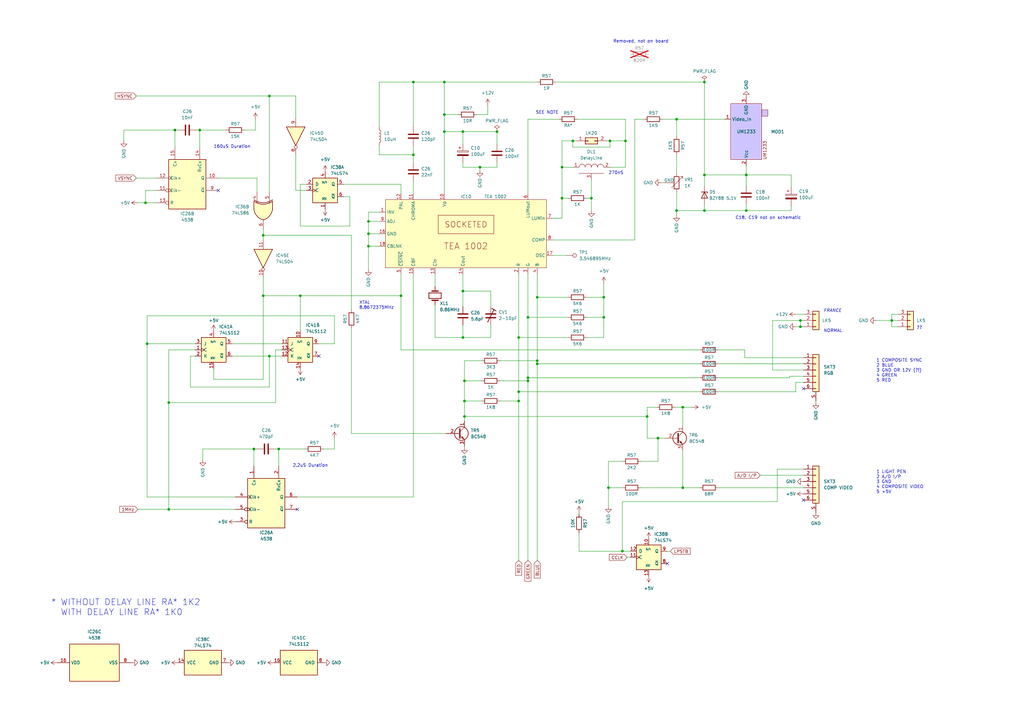
<source format=kicad_sch>
(kicad_sch (version 20230121) (generator eeschema)
  (paper "A3")
  (junction (at 288.925 71.755))
  (junction (at 164.465 121.285))
  (junction (at 151.13 90.805))
  (junction (at 196.85 68.58))
  (junction (at 151.13 100.965))
  (junction (at 114.3 184.15))
  (junction (at 169.545 63.5))
  (junction (at 288.925 86.36))
  (junction (at 242.57 81.28))
  (junction (at 256.54 57.785))
  (junction (at 220.345 121.92))
  (junction (at 69.215 165.1))
  (junction (at 249.555 200.025))
  (junction (at 216.535 130.175))
  (junction (at 230.505 81.28))
  (junction (at 216.535 156.21))
  (junction (at 190.5 156.21))
  (junction (at 59.69 83.185))
  (junction (at 277.495 86.36))
  (junction (at 365.76 131.445))
  (junction (at 306.07 71.755))
  (junction (at 104.14 184.15))
  (junction (at 234.95 57.785))
  (junction (at 220.345 147.955))
  (junction (at 189.865 53.975))
  (junction (at 220.345 149.225))
  (junction (at 190.5 164.465))
  (junction (at 123.19 121.285))
  (junction (at 151.13 95.885))
  (junction (at 182.245 33.655))
  (junction (at 212.725 160.655))
  (junction (at 107.95 121.285))
  (junction (at 81.915 53.34))
  (junction (at 265.43 170.815))
  (junction (at 212.725 164.465))
  (junction (at 247.65 130.175))
  (junction (at 280.035 200.025))
  (junction (at 277.495 48.895))
  (junction (at 189.865 119.38))
  (junction (at 71.755 53.34))
  (junction (at 247.65 121.92))
  (junction (at 182.245 46.99))
  (junction (at 288.925 33.655))
  (junction (at 169.545 33.655))
  (junction (at 69.215 208.915))
  (junction (at 110.49 39.37))
  (junction (at 216.535 154.94))
  (junction (at 255.27 226.06))
  (junction (at 280.035 167.005))
  (junction (at 269.875 179.705))
  (junction (at 110.49 146.05))
  (junction (at 203.835 53.975))
  (junction (at 212.725 138.43))
  (junction (at 190.5 170.815))
  (junction (at 182.245 53.975))
  (junction (at 328.295 133.985))
  (junction (at 107.95 96.52))
  (junction (at 306.07 86.36))
  (junction (at 189.865 138.43))
  (junction (at 328.295 131.445))
  (junction (at 230.505 68.58))
  (junction (at 60.325 140.97))
  (junction (at 250.19 57.785))
  (no_connect (at 130.81 146.05))
  (no_connect (at 329.565 205.105))
  (no_connect (at 121.92 208.915))
  (no_connect (at 273.685 231.14))
  (no_connect (at 89.535 78.105))
  (no_connect (at 329.565 159.385))
  (wire (pts (xy 220.345 121.92) (xy 220.345 112.395)))
  (wire (pts (xy 169.545 33.655) (xy 182.245 33.655)))
  (wire (pts (xy 288.925 83.82) (xy 288.925 86.36)))
  (wire (pts (xy 326.39 128.905) (xy 329.565 128.905)))
  (wire (pts (xy 230.505 57.785) (xy 230.505 68.58)))
  (wire (pts (xy 110.49 146.05) (xy 115.57 146.05)))
  (wire (pts (xy 306.07 71.755) (xy 306.07 76.2)))
  (wire (pts (xy 78.105 158.75) (xy 78.105 146.05)))
  (wire (pts (xy 190.5 170.815) (xy 265.43 170.815)))
  (wire (pts (xy 137.16 179.705) (xy 137.16 184.15)))
  (wire (pts (xy 189.865 119.38) (xy 189.865 125.73)))
  (wire (pts (xy 87.63 155.575) (xy 107.95 155.575)))
  (wire (pts (xy 240.665 121.92) (xy 247.65 121.92)))
  (wire (pts (xy 56.515 83.185) (xy 59.69 83.185)))
  (wire (pts (xy 288.925 86.36) (xy 306.07 86.36)))
  (wire (pts (xy 247.65 121.92) (xy 247.65 116.205)))
  (wire (pts (xy 164.465 121.285) (xy 123.19 121.285)))
  (wire (pts (xy 334.645 165.1) (xy 334.645 164.465)))
  (wire (pts (xy 326.39 156.845) (xy 329.565 156.845)))
  (wire (pts (xy 121.285 39.37) (xy 121.285 48.26)))
  (wire (pts (xy 81.915 53.34) (xy 92.71 53.34)))
  (wire (pts (xy 233.045 130.175) (xy 216.535 130.175)))
  (wire (pts (xy 247.65 138.43) (xy 247.65 130.175)))
  (wire (pts (xy 121.285 78.105) (xy 125.73 78.105)))
  (wire (pts (xy 182.245 46.99) (xy 182.245 53.975)))
  (wire (pts (xy 190.5 164.465) (xy 197.485 164.465)))
  (wire (pts (xy 114.3 184.15) (xy 125.095 184.15)))
  (wire (pts (xy 137.16 184.15) (xy 132.715 184.15)))
  (wire (pts (xy 121.92 203.835) (xy 169.545 203.835)))
  (wire (pts (xy 242.57 81.28) (xy 242.57 73.66)))
  (wire (pts (xy 197.485 147.955) (xy 190.5 147.955)))
  (wire (pts (xy 203.835 68.58) (xy 203.835 66.675)))
  (wire (pts (xy 195.58 46.99) (xy 200.025 46.99)))
  (wire (pts (xy 96.52 203.835) (xy 60.325 203.835)))
  (wire (pts (xy 234.95 60.325) (xy 250.19 60.325)))
  (wire (pts (xy 240.665 81.28) (xy 242.57 81.28)))
  (wire (pts (xy 265.43 170.815) (xy 265.43 179.705)))
  (wire (pts (xy 359.41 131.445) (xy 365.76 131.445)))
  (wire (pts (xy 269.875 179.705) (xy 269.875 189.23)))
  (wire (pts (xy 113.03 143.51) (xy 115.57 143.51)))
  (wire (pts (xy 280.035 167.005) (xy 280.035 174.625)))
  (wire (pts (xy 230.505 68.58) (xy 230.505 81.28)))
  (wire (pts (xy 60.325 129.54) (xy 60.325 140.97)))
  (wire (pts (xy 318.77 192.405) (xy 329.565 192.405)))
  (wire (pts (xy 226.695 98.425) (xy 260.35 98.425)))
  (wire (pts (xy 190.5 170.815) (xy 190.5 172.72)))
  (wire (pts (xy 130.81 140.97) (xy 137.16 140.97)))
  (wire (pts (xy 104.14 184.15) (xy 83.185 184.15)))
  (wire (pts (xy 178.435 138.43) (xy 178.435 125.095)))
  (wire (pts (xy 189.865 66.675) (xy 189.865 68.58)))
  (wire (pts (xy 306.07 86.36) (xy 324.485 86.36)))
  (wire (pts (xy 83.185 184.15) (xy 83.185 188.595)))
  (wire (pts (xy 73.025 53.34) (xy 71.755 53.34)))
  (wire (pts (xy 123.19 121.285) (xy 123.19 135.89)))
  (wire (pts (xy 107.95 121.285) (xy 107.95 113.665)))
  (wire (pts (xy 201.295 119.38) (xy 189.865 119.38)))
  (wire (pts (xy 155.575 86.995) (xy 151.13 86.995)))
  (wire (pts (xy 60.325 140.97) (xy 80.01 140.97)))
  (wire (pts (xy 324.485 71.755) (xy 324.485 76.835)))
  (wire (pts (xy 151.13 86.995) (xy 151.13 90.805)))
  (wire (pts (xy 323.85 154.94) (xy 323.85 154.305)))
  (wire (pts (xy 169.545 203.835) (xy 169.545 112.395)))
  (wire (pts (xy 326.39 160.655) (xy 326.39 156.845)))
  (wire (pts (xy 155.575 63.5) (xy 169.545 63.5)))
  (wire (pts (xy 324.485 84.455) (xy 324.485 86.36)))
  (wire (pts (xy 60.325 203.835) (xy 60.325 140.97)))
  (wire (pts (xy 262.89 200.025) (xy 280.035 200.025)))
  (wire (pts (xy 69.215 165.1) (xy 69.215 208.915)))
  (wire (pts (xy 368.3 128.905) (xy 365.76 128.905)))
  (wire (pts (xy 230.505 89.535) (xy 226.695 89.535)))
  (wire (pts (xy 316.865 131.445) (xy 328.295 131.445)))
  (wire (pts (xy 233.045 121.92) (xy 220.345 121.92)))
  (wire (pts (xy 121.285 63.5) (xy 121.285 78.105)))
  (wire (pts (xy 113.03 184.15) (xy 114.3 184.15)))
  (wire (pts (xy 182.245 33.655) (xy 182.245 46.99)))
  (wire (pts (xy 255.27 205.74) (xy 318.77 205.74)))
  (wire (pts (xy 237.49 218.44) (xy 237.49 226.06)))
  (wire (pts (xy 277.495 48.895) (xy 297.18 48.895)))
  (wire (pts (xy 236.22 57.785) (xy 234.95 57.785)))
  (wire (pts (xy 143.51 92.71) (xy 143.51 80.645)))
  (wire (pts (xy 255.27 226.06) (xy 255.27 205.74)))
  (wire (pts (xy 276.86 167.005) (xy 280.035 167.005)))
  (wire (pts (xy 123.19 92.71) (xy 143.51 92.71)))
  (wire (pts (xy 164.465 112.395) (xy 164.465 121.285)))
  (wire (pts (xy 234.95 57.785) (xy 230.505 57.785)))
  (wire (pts (xy 123.19 75.565) (xy 123.19 92.71)))
  (wire (pts (xy 182.245 33.655) (xy 220.345 33.655)))
  (wire (pts (xy 269.875 189.23) (xy 262.89 189.23)))
  (wire (pts (xy 212.725 160.655) (xy 212.725 164.465)))
  (wire (pts (xy 260.35 48.895) (xy 264.16 48.895)))
  (wire (pts (xy 249.555 200.025) (xy 255.27 200.025)))
  (wire (pts (xy 56.515 208.915) (xy 69.215 208.915)))
  (wire (pts (xy 255.27 226.06) (xy 258.445 226.06)))
  (wire (pts (xy 190.5 156.21) (xy 190.5 164.465)))
  (wire (pts (xy 230.505 68.58) (xy 234.95 68.58)))
  (wire (pts (xy 104.14 184.15) (xy 104.14 191.135)))
  (wire (pts (xy 318.77 205.74) (xy 318.77 192.405)))
  (wire (pts (xy 187.96 46.99) (xy 182.245 46.99)))
  (wire (pts (xy 113.03 165.1) (xy 113.03 143.51)))
  (wire (pts (xy 144.145 96.52) (xy 144.145 127)))
  (wire (pts (xy 114.3 184.15) (xy 114.3 191.135)))
  (wire (pts (xy 71.755 53.34) (xy 71.755 60.325)))
  (wire (pts (xy 240.665 130.175) (xy 247.65 130.175)))
  (wire (pts (xy 164.465 143.51) (xy 164.465 121.285)))
  (wire (pts (xy 316.865 151.765) (xy 316.865 131.445)))
  (wire (pts (xy 78.105 146.05) (xy 80.01 146.05)))
  (wire (pts (xy 107.95 98.425) (xy 107.95 96.52)))
  (wire (pts (xy 190.5 183.515) (xy 190.5 182.88)))
  (wire (pts (xy 287.02 143.51) (xy 164.465 143.51)))
  (wire (pts (xy 80.645 53.34) (xy 81.915 53.34)))
  (wire (pts (xy 305.435 146.685) (xy 329.565 146.685)))
  (wire (pts (xy 311.785 194.945) (xy 329.565 194.945)))
  (wire (pts (xy 69.215 208.915) (xy 96.52 208.915)))
  (wire (pts (xy 288.925 86.36) (xy 277.495 86.36)))
  (wire (pts (xy 190.5 164.465) (xy 190.5 170.815)))
  (wire (pts (xy 169.545 74.295) (xy 169.545 79.375)))
  (wire (pts (xy 201.295 138.43) (xy 189.865 138.43)))
  (wire (pts (xy 365.76 131.445) (xy 365.76 133.985)))
  (wire (pts (xy 269.24 167.005) (xy 265.43 167.005)))
  (wire (pts (xy 140.97 75.565) (xy 164.465 75.565)))
  (wire (pts (xy 69.215 165.1) (xy 113.03 165.1)))
  (wire (pts (xy 306.07 71.755) (xy 288.925 71.755)))
  (wire (pts (xy 205.105 164.465) (xy 212.725 164.465)))
  (wire (pts (xy 64.135 78.105) (xy 59.69 78.105)))
  (wire (pts (xy 216.535 156.21) (xy 216.535 154.94)))
  (wire (pts (xy 155.575 52.07) (xy 155.575 33.655)))
  (wire (pts (xy 249.555 189.23) (xy 249.555 200.025)))
  (wire (pts (xy 212.725 164.465) (xy 212.725 229.87)))
  (wire (pts (xy 80.01 143.51) (xy 69.215 143.51)))
  (wire (pts (xy 280.035 167.005) (xy 283.845 167.005)))
  (wire (pts (xy 316.865 151.765) (xy 329.565 151.765)))
  (wire (pts (xy 294.64 143.51) (xy 305.435 143.51)))
  (wire (pts (xy 237.49 210.185) (xy 237.49 210.82)))
  (wire (pts (xy 178.435 112.395) (xy 178.435 117.475)))
  (wire (pts (xy 277.495 63.5) (xy 277.495 71.12)))
  (wire (pts (xy 277.495 86.36) (xy 277.495 78.74)))
  (wire (pts (xy 107.95 96.52) (xy 144.145 96.52)))
  (wire (pts (xy 248.92 57.785) (xy 250.19 57.785)))
  (wire (pts (xy 234.95 57.785) (xy 234.95 60.325)))
  (wire (pts (xy 205.105 147.955) (xy 220.345 147.955)))
  (wire (pts (xy 189.865 53.975) (xy 189.865 59.055)))
  (wire (pts (xy 95.25 146.05) (xy 110.49 146.05)))
  (wire (pts (xy 107.95 96.52) (xy 107.95 93.98)))
  (wire (pts (xy 151.13 100.965) (xy 151.13 110.49)))
  (wire (pts (xy 271.78 48.895) (xy 277.495 48.895)))
  (wire (pts (xy 236.855 48.895) (xy 256.54 48.895)))
  (wire (pts (xy 277.495 48.895) (xy 277.495 55.88)))
  (wire (pts (xy 280.035 184.785) (xy 280.035 200.025)))
  (wire (pts (xy 107.95 155.575) (xy 107.95 121.285)))
  (wire (pts (xy 201.295 125.73) (xy 201.295 119.38)))
  (wire (pts (xy 294.64 149.225) (xy 329.565 149.225)))
  (wire (pts (xy 216.535 130.175) (xy 216.535 112.395)))
  (wire (pts (xy 182.88 177.8) (xy 144.145 177.8)))
  (wire (pts (xy 64.135 73.025) (xy 55.88 73.025)))
  (wire (pts (xy 274.955 226.06) (xy 273.685 226.06)))
  (wire (pts (xy 216.535 79.375) (xy 216.535 48.895)))
  (wire (pts (xy 237.49 226.06) (xy 255.27 226.06)))
  (wire (pts (xy 240.665 138.43) (xy 247.65 138.43)))
  (wire (pts (xy 110.49 158.75) (xy 78.105 158.75)))
  (wire (pts (xy 137.16 129.54) (xy 60.325 129.54)))
  (wire (pts (xy 365.76 128.905) (xy 365.76 131.445)))
  (wire (pts (xy 105.41 73.025) (xy 105.41 78.74)))
  (wire (pts (xy 123.19 121.285) (xy 107.95 121.285)))
  (wire (pts (xy 55.88 39.37) (xy 110.49 39.37)))
  (wire (pts (xy 265.43 179.705) (xy 269.875 179.705)))
  (wire (pts (xy 233.045 138.43) (xy 212.725 138.43)))
  (wire (pts (xy 328.295 133.985) (xy 329.565 133.985)))
  (wire (pts (xy 155.575 59.69) (xy 155.575 63.5)))
  (wire (pts (xy 190.5 147.955) (xy 190.5 156.21)))
  (wire (pts (xy 365.76 133.985) (xy 368.3 133.985)))
  (wire (pts (xy 305.435 143.51) (xy 305.435 146.685)))
  (wire (pts (xy 216.535 154.94) (xy 216.535 130.175)))
  (wire (pts (xy 328.295 131.445) (xy 329.565 131.445)))
  (wire (pts (xy 227.965 33.655) (xy 288.925 33.655)))
  (wire (pts (xy 205.105 156.21) (xy 216.535 156.21)))
  (wire (pts (xy 169.545 63.5) (xy 169.545 66.675)))
  (wire (pts (xy 155.575 33.655) (xy 169.545 33.655)))
  (wire (pts (xy 110.49 146.05) (xy 110.49 158.75)))
  (wire (pts (xy 306.07 83.82) (xy 306.07 86.36)))
  (wire (pts (xy 169.545 59.69) (xy 169.545 63.5)))
  (wire (pts (xy 59.69 83.185) (xy 64.135 83.185)))
  (wire (pts (xy 137.16 140.97) (xy 137.16 129.54)))
  (wire (pts (xy 50.8 53.34) (xy 50.8 57.785)))
  (wire (pts (xy 125.73 75.565) (xy 123.19 75.565)))
  (wire (pts (xy 280.035 200.025) (xy 287.02 200.025)))
  (wire (pts (xy 200.025 46.99) (xy 200.025 43.18)))
  (wire (pts (xy 196.85 68.58) (xy 203.835 68.58)))
  (wire (pts (xy 265.43 167.005) (xy 265.43 170.815)))
  (wire (pts (xy 249.555 200.025) (xy 249.555 207.645)))
  (wire (pts (xy 294.64 160.655) (xy 326.39 160.655)))
  (wire (pts (xy 201.295 133.35) (xy 201.295 138.43)))
  (wire (pts (xy 220.345 147.955) (xy 220.345 149.225)))
  (wire (pts (xy 81.915 53.34) (xy 81.915 60.325)))
  (wire (pts (xy 277.495 88.265) (xy 277.495 86.36)))
  (wire (pts (xy 256.54 68.58) (xy 250.19 68.58)))
  (wire (pts (xy 151.13 95.885) (xy 151.13 100.965)))
  (wire (pts (xy 216.535 156.21) (xy 216.535 229.87)))
  (wire (pts (xy 87.63 151.13) (xy 87.63 155.575)))
  (wire (pts (xy 189.865 112.395) (xy 189.865 119.38)))
  (wire (pts (xy 151.13 90.805) (xy 155.575 90.805)))
  (wire (pts (xy 110.49 39.37) (xy 110.49 78.74)))
  (wire (pts (xy 326.39 133.985) (xy 328.295 133.985)))
  (wire (pts (xy 189.865 138.43) (xy 178.435 138.43)))
  (wire (pts (xy 151.13 90.805) (xy 151.13 95.885)))
  (wire (pts (xy 365.76 131.445) (xy 368.3 131.445)))
  (wire (pts (xy 216.535 154.94) (xy 287.02 154.94)))
  (wire (pts (xy 95.25 140.97) (xy 115.57 140.97)))
  (wire (pts (xy 250.19 60.325) (xy 250.19 57.785)))
  (wire (pts (xy 182.245 53.975) (xy 189.865 53.975)))
  (wire (pts (xy 328.295 131.445) (xy 328.295 133.985)))
  (wire (pts (xy 269.875 179.705) (xy 272.415 179.705)))
  (wire (pts (xy 144.145 177.8) (xy 144.145 134.62)))
  (wire (pts (xy 196.85 69.85) (xy 196.85 68.58)))
  (wire (pts (xy 105.41 184.15) (xy 104.14 184.15)))
  (wire (pts (xy 256.54 57.785) (xy 256.54 68.58)))
  (wire (pts (xy 212.725 160.655) (xy 287.02 160.655)))
  (wire (pts (xy 257.175 228.6) (xy 258.445 228.6)))
  (wire (pts (xy 151.13 95.885) (xy 155.575 95.885)))
  (wire (pts (xy 230.505 81.28) (xy 230.505 89.535)))
  (wire (pts (xy 104.775 53.34) (xy 100.33 53.34)))
  (wire (pts (xy 255.27 189.23) (xy 249.555 189.23)))
  (wire (pts (xy 306.07 67.945) (xy 306.07 71.755)))
  (wire (pts (xy 212.725 112.395) (xy 212.725 138.43)))
  (wire (pts (xy 230.505 81.28) (xy 233.045 81.28)))
  (wire (pts (xy 216.535 48.895) (xy 229.235 48.895)))
  (wire (pts (xy 294.64 154.94) (xy 323.85 154.94)))
  (wire (pts (xy 329.565 200.025) (xy 294.64 200.025)))
  (wire (pts (xy 69.215 143.51) (xy 69.215 165.1)))
  (wire (pts (xy 212.725 138.43) (xy 212.725 160.655)))
  (wire (pts (xy 164.465 75.565) (xy 164.465 79.375)))
  (wire (pts (xy 271.145 74.93) (xy 272.415 74.93)))
  (wire (pts (xy 110.49 39.37) (xy 121.285 39.37)))
  (wire (pts (xy 169.545 33.655) (xy 169.545 52.07)))
  (wire (pts (xy 189.865 133.35) (xy 189.865 138.43)))
  (wire (pts (xy 220.345 149.225) (xy 220.345 229.87)))
  (wire (pts (xy 220.345 147.955) (xy 220.345 121.92)))
  (wire (pts (xy 256.54 48.895) (xy 256.54 57.785)))
  (wire (pts (xy 288.925 71.755) (xy 288.925 76.2)))
  (wire (pts (xy 182.245 53.975) (xy 182.245 79.375)))
  (wire (pts (xy 288.925 33.655) (xy 288.925 71.755)))
  (wire (pts (xy 287.02 149.225) (xy 220.345 149.225)))
  (wire (pts (xy 151.13 100.965) (xy 155.575 100.965)))
  (wire (pts (xy 59.69 78.105) (xy 59.69 83.185)))
  (wire (pts (xy 143.51 80.645) (xy 140.97 80.645)))
  (wire (pts (xy 242.57 86.36) (xy 242.57 81.28)))
  (wire (pts (xy 323.85 154.305) (xy 329.565 154.305)))
  (wire (pts (xy 190.5 156.21) (xy 197.485 156.21)))
  (wire (pts (xy 247.65 130.175) (xy 247.65 121.92)))
  (wire (pts (xy 250.19 57.785) (xy 256.54 57.785)))
  (wire (pts (xy 189.865 68.58) (xy 196.85 68.58)))
  (wire (pts (xy 189.865 53.975) (xy 203.835 53.975)))
  (wire (pts (xy 89.535 73.025) (xy 105.41 73.025)))
  (wire (pts (xy 71.755 53.34) (xy 50.8 53.34)))
  (wire (pts (xy 104.775 48.895) (xy 104.775 53.34)))
  (wire (pts (xy 203.835 53.975) (xy 203.835 59.055)))
  (wire (pts (xy 232.41 104.775) (xy 226.695 104.775)))
  (wire (pts (xy 260.35 98.425) (xy 260.35 48.895)))
  (wire (pts (xy 306.07 71.755) (xy 324.485 71.755)))
  (text "??" (at 375.92 135.255 0) (effects (font (size 1.27 1.27)) (justify left bottom)))
  (text "NORMAL" (at 337.82 136.525 0) (effects (font (size 1.27 1.27)) (justify left bottom)))
  (text "SEE NOTE" (at 219.71 46.99 0) (effects (font (size 1.27 1.27)) (justify left bottom)))
  (text "Removed, not on board" (at 251.46 17.78 0) (effects (font (size 1.27 1.27)) (justify left bottom)))
  (text "1 COMPOSITE SYNC\n2 BLUE\n3 GND OR 12V (?!)\n4 GREEN\n5 RED" (at 359.41 156.845 0) (effects (font (size 1.27 1.27)) (justify left bottom)))
  (text "2.2uS Duration" (at 120.015 191.77 0) (effects (font (size 1.27 1.27)) (justify left bottom)))
  (text "FRANCE" (at 337.82 128.27 0) (effects (font (size 1.27 1.27) italic) (justify left bottom)))
  (text "160uS Duration" (at 87.63 60.96 0) (effects (font (size 1.27 1.27)) (justify left bottom)))
  (text "C18, C19 not on schematic" (at 301.625 90.17 0) (effects (font (size 1.27 1.27)) (justify left bottom)))
  (text "1 LIGHT PEN\n2 A/D I/P\n3 GND\n4 COMPOSITE VIDEO\n5 +5V" (at 359.41 202.565 0) (effects (font (size 1.27 1.27)) (justify left bottom)))
  (text "XTAL\n8.8672375MHz" (at 147.32 127 0) (effects (font (size 1.27 1.27)) (justify left bottom)))
  (text "* WITHOUT DELAY LINE RA* 1K2\n  WITH DELAY LINE RA* 1K0" (at 20.955 252.73 0) (effects (font (size 2.54 2.54)) (justify left bottom)))
  (text "270nS" (at 249.555 71.755 0) (effects (font (size 1.27 1.27)) (justify left bottom)))
  (global_label "VSYNC" (shape input) (at 55.88 73.025 180) (property "Intersheetrefs" "${INTERSHEET_REFS}" (effects hide)))
  (global_label "GREEN" (shape input) (at 216.535 229.87 270) (property "Intersheetrefs" "${INTERSHEET_REFS}" (effects hide)))
  (global_label "RED" (shape input) (at 212.725 229.87 270) (property "Intersheetrefs" "${INTERSHEET_REFS}" (effects hide)))
  (global_label "LPSTB" (shape input) (at 274.955 226.06 0) (property "Intersheetrefs" "${INTERSHEET_REFS}" (effects hide)))
  (global_label "HSYNC" (shape input) (at 55.88 39.37 180) (property "Intersheetrefs" "${INTERSHEET_REFS}" (effects hide)))
  (global_label "BLUE" (shape input) (at 220.345 229.87 270) (property "Intersheetrefs" "${INTERSHEET_REFS}" (effects hide)))
  (global_label "A{slash}D I{slash}P" (shape input) (at 311.785 194.945 180) (property "Intersheetrefs" "${INTERSHEET_REFS}" (effects hide)))
  (global_label "1MHz" (shape input) (at 56.515 208.915 180) (property "Intersheetrefs" "${INTERSHEET_REFS}" (effects hide)))
  (global_label "CCLK" (shape input) (at 257.175 228.6 180) (property "Intersheetrefs" "${INTERSHEET_REFS}" (effects hide)))
  (symbol (lib_id "Device:R") (at 290.83 200.025 270) (mirror x) (unit 1)
    (property "Reference" "R57" (at 290.83 197.485 90))
    (property "Value" "68R" (at 290.83 202.565 90))
    (property "Footprint" "LYNX:Resistor 10.16mm" (effects hide))
    (instances (project "lynx128" (path "" (reference "R57") (unit 1)) (path "" (reference "R75") (unit 1)) (path "" (reference "R73") (unit 1)) (path "" (reference "R65") (unit 1)) (path "" (reference "R26") (unit 1))))
  )
  (symbol (lib_id "Device:C") (at 203.835 62.865 180) (unit 1)
    (property "Reference" "C26" (at 207.01 61.595 0) (effects (justify right)))
    (property "Value" "100nF" (at 207.01 64.135 0) (effects (justify right)))
    (property "Footprint" "LYNX:C_Disc_5.08mm - Large Box" (effects hide))
    (instances (project "lynx128" (path "" (reference "C26") (unit 1)) (path "" (reference "C42") (unit 1)) (path "" (reference "C23") (unit 1))))
  )
  (symbol (lib_id "Connector:TestPoint") (at 232.41 104.775 270) (unit 1)
    (property "Reference" "TP1" (at 237.49 103.505 90) (effects (justify left)))
    (property "Value" "3.546895MHz" (at 237.49 106.045 90) (effects (justify left)))
    (property "Footprint" "LYNX:Test Point" (effects hide))
  )
  (symbol (lib_id "Device:R") (at 277.495 59.69 0) (mirror x) (unit 1)
    (property "Reference" "R57" (at 280.035 59.69 90))
    (property "Value" "1K5" (at 274.955 59.69 90))
    (property "Footprint" "LYNX:Resistor 10.16mm" (effects hide))
    (instances (project "lynx128" (path "" (reference "R57") (unit 1)) (path "" (reference "R75") (unit 1)) (path "" (reference "R73") (unit 1)) (path "" (reference "R65") (unit 1)) (path "" (reference "R51") (unit 1))))
  )
  (symbol (lib_id "Device:C_Polarized") (at 324.485 80.645 0) (unit 1)
    (property "Reference" "C19" (at 327.66 78.486 0) (effects (justify left)))
    (property "Value" "100uF" (at 327.66 81.026 0) (effects (justify left)))
    (property "Footprint" "LYNX:Elec_5.08mm - No Box" (effects hide))
  )
  (symbol (lib_id "power:GND") (at 93.345 271.78 90) (mirror x) (unit 1)
    (property "Reference" "#PWR040" (effects hide))
    (property "Value" "GND" (at 96.52 271.78 90) (effects (justify right)))
    (instances (project "lynx128" (path "" (reference "#PWR040") (unit 1)) (path "" (reference "#PWR0203") (unit 1)) (path "" (reference "#PWR051") (unit 1)) (path "" (reference "#PWR087") (unit 1)) (path "" (reference "#PWR0117") (unit 1)) (path "" (reference "#PWR0182") (unit 1)) (path "" (reference "#PWR0236") (unit 1)) (path "" (reference "#PWR0247") (unit 1))))
  )
  (symbol (lib_id "Device:L") (at 155.575 55.88 0) (unit 1)
    (property "Reference" "L1" (at 157.48 54.61 0) (effects (justify left)))
    (property "Value" "10uH" (at 157.48 57.15 0) (effects (justify left)))
    (property "Footprint" "LYNX:5.08mm Misc - No Box" (effects hide))
  )
  (symbol (lib_id "power:GND") (at 53.975 271.78 90) (mirror x) (unit 1)
    (property "Reference" "#PWR040" (effects hide))
    (property "Value" "GND" (at 57.15 271.78 90) (effects (justify right)))
    (instances (project "lynx128" (path "" (reference "#PWR040") (unit 1)) (path "" (reference "#PWR0203") (unit 1)) (path "" (reference "#PWR051") (unit 1)) (path "" (reference "#PWR087") (unit 1)) (path "" (reference "#PWR0117") (unit 1)) (path "" (reference "#PWR0182") (unit 1)) (path "" (reference "#PWR0236") (unit 1)) (path "" (reference "#PWR0243") (unit 1))))
  )
  (symbol (lib_id "power:+12V") (at 326.39 128.905 90) (unit 1)
    (property "Reference" "#PWR0267" (effects hide))
    (property "Value" "+12V" (at 323.215 128.905 90) (effects (justify left)))
  )
  (symbol (lib_id "power:GND") (at 132.715 271.78 90) (mirror x) (unit 1)
    (property "Reference" "#PWR040" (effects hide))
    (property "Value" "GND" (at 135.89 271.78 90) (effects (justify right)))
    (instances (project "lynx128" (path "" (reference "#PWR040") (unit 1)) (path "" (reference "#PWR0203") (unit 1)) (path "" (reference "#PWR051") (unit 1)) (path "" (reference "#PWR087") (unit 1)) (path "" (reference "#PWR0117") (unit 1)) (path "" (reference "#PWR0182") (unit 1)) (path "" (reference "#PWR0236") (unit 1)) (path "" (reference "#PWR0260") (unit 1))))
  )
  (symbol (lib_id "LYNX:DIN6") (at 334.645 197.485 0) (unit 1)
    (property "Reference" "SKT3" (at 337.82 197.485 0) (effects (justify left)))
    (property "Value" "COMP VIDEO" (at 337.82 200.025 0) (effects (justify left)))
    (property "Footprint" "LYNX:DIN6" (effects hide))
    (instances (project "lynx128" (path "" (reference "SKT3") (unit 1)) (path "" (reference "SKT4") (unit 1))))
  )
  (symbol (lib_id "power:GND") (at 151.13 110.49 0) (mirror y) (unit 1)
    (property "Reference" "#PWR040" (effects hide))
    (property "Value" "GND" (at 151.13 113.665 90) (effects (justify right)))
    (instances (project "lynx128" (path "" (reference "#PWR040") (unit 1)) (path "" (reference "#PWR0203") (unit 1)) (path "" (reference "#PWR051") (unit 1)) (path "" (reference "#PWR087") (unit 1)) (path "" (reference "#PWR0117") (unit 1)) (path "" (reference "#PWR0182") (unit 1)) (path "" (reference "#PWR0204") (unit 1)) (path "" (reference "#PWR0251") (unit 1))))
  )
  (symbol (lib_id "power:+5V") (at 112.395 271.78 90) (unit 1)
    (property "Reference" "#PWR015" (effects hide))
    (property "Value" "+5V" (at 109.22 271.78 90) (effects (justify left)))
    (instances (project "lynx128" (path "" (reference "#PWR015") (unit 1)) (path "" (reference "#PWR088") (unit 1)) (path "" (reference "#PWR0165") (unit 1)) (path "" (reference "#PWR0197") (unit 1)) (path "" (reference "#PWR0197") (unit 1)) (path "" (reference "#PWR0237") (unit 1)) (path "" (reference "#PWR0259") (unit 1))))
  )
  (symbol (lib_id "Transistor_BJT:BC548") (at 187.96 177.8 0) (unit 1)
    (property "Reference" "TR5" (at 193.04 176.53 0) (effects (justify left)))
    (property "Value" "BC548" (at 193.04 179.07 0) (effects (justify left)))
    (property "Footprint" "LYNX:Transistor - No Box" (effects hide))
    (property "Datasheet" "https://www.onsemi.com/pub/Collateral/BC550-D.pdf" (effects hide))
  )
  (symbol (lib_id "power:+5V") (at 56.515 83.185 90) (unit 1)
    (property "Reference" "#PWR015" (effects hide))
    (property "Value" "+5V" (at 53.34 83.185 90) (effects (justify left)))
    (instances (project "lynx128" (path "" (reference "#PWR015") (unit 1)) (path "" (reference "#PWR088") (unit 1)) (path "" (reference "#PWR0165") (unit 1)) (path "" (reference "#PWR0197") (unit 1)) (path "" (reference "#PWR0197") (unit 1)) (path "" (reference "#PWR0237") (unit 1)) (path "" (reference "#PWR0246") (unit 1))))
  )
  (symbol (lib_id "Device:R") (at 128.905 184.15 270) (mirror x) (unit 1)
    (property "Reference" "R57" (at 128.905 181.61 90))
    (property "Value" "4K7" (at 128.905 186.69 90))
    (property "Footprint" "LYNX:Resistor 10.16mm" (effects hide))
    (instances (project "lynx128" (path "" (reference "R57") (unit 1)) (path "" (reference "R75") (unit 1)) (path "" (reference "R73") (unit 1)) (path "" (reference "R65") (unit 1)) (path "" (reference "R43") (unit 1))))
  )
  (symbol (lib_id "Device:C") (at 109.22 184.15 90) (unit 1)
    (property "Reference" "C26" (at 109.22 176.53 90))
    (property "Value" "470pF" (at 109.22 179.07 90))
    (property "Footprint" "LYNX:C_Disc_5.08mm - Large Box" (effects hide))
    (instances (project "lynx128" (path "" (reference "C26") (unit 1)) (path "" (reference "C42") (unit 1)) (path "" (reference "C16") (unit 1))))
  )
  (symbol (lib_id "power:+12V") (at 200.025 43.18 0) (unit 1)
    (property "Reference" "#PWR0252" (effects hide))
    (property "Value" "+12V" (at 200.025 38.1 0))
  )
  (symbol (lib_id "Device:R") (at 201.295 164.465 270) (mirror x) (unit 1)
    (property "Reference" "R57" (at 201.295 161.925 90))
    (property "Value" "1K8" (at 201.295 167.005 90))
    (property "Footprint" "LYNX:Resistor 10.16mm" (effects hide))
    (instances (project "lynx128" (path "" (reference "R57") (unit 1)) (path "" (reference "R75") (unit 1)) (path "" (reference "R73") (unit 1)) (path "" (reference "R65") (unit 1)) (path "" (reference "R33") (unit 1))))
  )
  (symbol (lib_id "LYNX:MODULATOR") (at 306.07 53.975 0) (unit 1)
    (property "Reference" "MOD1" (at 316.23 54.0305 0) (effects (justify left)))
    (property "Value" "UM1233" (at 306.07 53.975 0))
    (property "Footprint" "LYNX:Modulator" (effects hide))
  )
  (symbol (lib_id "power:+5V") (at 96.52 213.995 90) (unit 1)
    (property "Reference" "#PWR015" (effects hide))
    (property "Value" "+5V" (at 93.345 213.995 90) (effects (justify left)))
    (instances (project "lynx128" (path "" (reference "#PWR015") (unit 1)) (path "" (reference "#PWR088") (unit 1)) (path "" (reference "#PWR0165") (unit 1)) (path "" (reference "#PWR0197") (unit 1)) (path "" (reference "#PWR0197") (unit 1)) (path "" (reference "#PWR0237") (unit 1)) (path "" (reference "#PWR0265") (unit 1))))
  )
  (symbol (lib_id "power:+5V") (at 133.35 85.725 180) (unit 1)
    (property "Reference" "#PWR015" (effects hide))
    (property "Value" "+5V" (at 133.35 90.17 0))
    (instances (project "lynx128" (path "" (reference "#PWR015") (unit 1)) (path "" (reference "#PWR088") (unit 1)) (path "" (reference "#PWR0165") (unit 1)) (path "" (reference "#PWR0197") (unit 1)) (path "" (reference "#PWR0197") (unit 1)) (path "" (reference "#PWR0237") (unit 1)) (path "" (reference "#PWR0250") (unit 1))))
  )
  (symbol (lib_id "74xx:74LS04") (at 107.95 106.045 270) (unit 5)
    (property "Reference" "IC45" (at 113.03 104.775 90) (effects (justify left)))
    (property "Value" "74LS04" (at 113.03 107.315 90) (effects (justify left)))
    (property "Footprint" "LYNX:DIP-14_W7.62mm" (effects hide))
    (property "Datasheet" "http://www.ti.com/lit/gpn/sn74LS04" (effects hide))
  )
  (symbol (lib_id "LYNX:TEA1002") (at 191.135 95.885 0) (unit 1)
    (property "Reference" "IC10" (at 191.135 80.645 0))
    (property "Value" "TEA 1002" (at 203.2 80.645 0))
    (property "Footprint" "LYNX:DIP-18_W7.62mm" (effects hide))
  )
  (symbol (lib_id "power:+5V") (at 247.65 116.205 0) (unit 1)
    (property "Reference" "#PWR015" (effects hide))
    (property "Value" "+5V" (at 247.65 111.125 0))
    (instances (project "lynx128" (path "" (reference "#PWR015") (unit 1)) (path "" (reference "#PWR088") (unit 1)) (path "" (reference "#PWR0165") (unit 1)) (path "" (reference "#PWR0197") (unit 1)) (path "" (reference "#PWR0197") (unit 1)) (path "" (reference "#PWR0237") (unit 1)) (path "" (reference "#PWR0258") (unit 1))))
  )
  (symbol (lib_id "Device:R") (at 224.155 33.655 270) (mirror x) (unit 1)
    (property "Reference" "R57" (at 224.155 31.115 90))
    (property "Value" "1R" (at 224.155 36.195 90))
    (property "Footprint" "LYNX:Resistor 10.16mm" (effects hide))
    (instances (project "lynx128" (path "" (reference "R57") (unit 1)) (path "" (reference "R75") (unit 1)) (path "" (reference "R73") (unit 1)) (path "" (reference "R65") (unit 1)) (path "" (reference "R53") (unit 1))))
  )
  (symbol (lib_id "Device:R") (at 236.855 121.92 270) (mirror x) (unit 1)
    (property "Reference" "R57" (at 236.855 119.38 90))
    (property "Value" "5K6" (at 236.855 124.46 90))
    (property "Footprint" "LYNX:Resistor 10.16mm" (effects hide))
    (instances (project "lynx128" (path "" (reference "R57") (unit 1)) (path "" (reference "R75") (unit 1)) (path "" (reference "R73") (unit 1)) (path "" (reference "R65") (unit 1)) (path "" (reference "R48") (unit 1))))
  )
  (symbol (lib_id "Device:C") (at 169.545 70.485 180) (unit 1)
    (property "Reference" "C26" (at 172.72 69.215 0) (effects (justify right)))
    (property "Value" "22nF" (at 172.72 71.755 0) (effects (justify right)))
    (property "Footprint" "LYNX:C_Disc_5.08mm - Large Box" (effects hide))
    (instances (project "lynx128" (path "" (reference "C26") (unit 1)) (path "" (reference "C42") (unit 1)) (path "" (reference "C20") (unit 1))))
  )
  (symbol (lib_id "Device:C_Polarized") (at 189.865 62.865 0) (unit 1)
    (property "Reference" "C10" (at 193.04 60.706 0) (effects (justify left)))
    (property "Value" "100uF" (at 193.04 63.246 0) (effects (justify left)))
    (property "Footprint" "LYNX:Elec_5.08mm - No Box" (effects hide))
    (instances (project "lynx128" (path "" (reference "C10") (unit 1)) (path "" (reference "C24") (unit 1))))
  )
  (symbol (lib_id "power:+5V") (at 266.065 220.98 0) (unit 1)
    (property "Reference" "#PWR015" (effects hide))
    (property "Value" "+5V" (at 266.065 216.535 0))
    (instances (project "lynx128" (path "" (reference "#PWR015") (unit 1)) (path "" (reference "#PWR088") (unit 1)) (path "" (reference "#PWR0165") (unit 1)) (path "" (reference "#PWR0197") (unit 1)) (path "" (reference "#PWR0197") (unit 1)) (path "" (reference "#PWR0237") (unit 1)) (path "" (reference "#PWR0276") (unit 1))))
  )
  (symbol (lib_id "Device:DelayLine") (at 242.57 68.58 90) (unit 1)
    (property "Reference" "DL1" (at 242.57 62.23 90))
    (property "Value" "DelayLine" (at 242.57 64.77 90))
    (property "Footprint" "LYNX:DL1" (effects hide))
  )
  (symbol (lib_id "Device:R") (at 233.045 48.895 270) (mirror x) (unit 1)
    (property "Reference" "R57" (at 233.045 46.355 90))
    (property "Value" "RA*" (at 233.045 51.435 90))
    (property "Footprint" "LYNX:Resistor 10.16mm" (effects hide))
    (instances (project "lynx128" (path "" (reference "R57") (unit 1)) (path "" (reference "R75") (unit 1)) (path "" (reference "R73") (unit 1)) (path "" (reference "R65") (unit 1)) (path "" (reference "R55") (unit 1))))
  )
  (symbol (lib_id "power:+5V") (at 137.16 179.705 0) (unit 1)
    (property "Reference" "#PWR015" (effects hide))
    (property "Value" "+5V" (at 137.16 174.625 0))
    (instances (project "lynx128" (path "" (reference "#PWR015") (unit 1)) (path "" (reference "#PWR088") (unit 1)) (path "" (reference "#PWR0165") (unit 1)) (path "" (reference "#PWR0197") (unit 1)) (path "" (reference "#PWR0197") (unit 1)) (path "" (reference "#PWR0205") (unit 1)) (path "" (reference "#PWR0264") (unit 1))))
  )
  (symbol (lib_id "power:GND") (at 326.39 133.985 270) (mirror x) (unit 1)
    (property "Reference" "#PWR040" (effects hide))
    (property "Value" "GND" (at 323.215 133.985 90) (effects (justify right)))
    (instances (project "lynx128" (path "" (reference "#PWR040") (unit 1)) (path "" (reference "#PWR0203") (unit 1)) (path "" (reference "#PWR051") (unit 1)) (path "" (reference "#PWR087") (unit 1)) (path "" (reference "#PWR0117") (unit 1)) (path "" (reference "#PWR0182") (unit 1)) (path "" (reference "#PWR0204") (unit 1)) (path "" (reference "#PWR0268") (unit 1))))
  )
  (symbol (lib_id "power:GND") (at 306.07 40.005 0) (mirror x) (unit 1)
    (property "Reference" "#PWR040" (effects hide))
    (property "Value" "GND" (at 306.07 36.83 90) (effects (justify right)))
    (instances (project "lynx128" (path "" (reference "#PWR040") (unit 1)) (path "" (reference "#PWR0203") (unit 1)) (path "" (reference "#PWR051") (unit 1)) (path "" (reference "#PWR087") (unit 1)) (path "" (reference "#PWR0117") (unit 1)) (path "" (reference "#PWR0182") (unit 1)) (path "" (reference "#PWR0236") (unit 1)) (path "" (reference "#PWR0257") (unit 1))))
  )
  (symbol (lib_id "power:+5V") (at 133.35 70.485 0) (unit 1)
    (property "Reference" "#PWR015" (effects hide))
    (property "Value" "+5V" (at 133.35 65.405 0))
    (instances (project "lynx128" (path "" (reference "#PWR015") (unit 1)) (path "" (reference "#PWR088") (unit 1)) (path "" (reference "#PWR0165") (unit 1)) (path "" (reference "#PWR0197") (unit 1)) (path "" (reference "#PWR0197") (unit 1)) (path "" (reference "#PWR0237") (unit 1)) (path "" (reference "#PWR0249") (unit 1))))
  )
  (symbol (lib_id "power:GND") (at 334.645 210.185 0) (unit 1)
    (property "Reference" "#PWR045" (effects hide))
    (property "Value" "GND" (at 334.645 214.63 0))
    (instances (project "lynx128" (path "" (reference "#PWR045") (unit 1)) (path "" (reference "#PWR0220") (unit 1)) (path "" (reference "#PWR0272") (unit 1))))
  )
  (symbol (lib_id "Device:Crystal") (at 178.435 121.285 270) (unit 1)
    (property "Reference" "XL1" (at 180.34 124.46 90) (effects (justify left)))
    (property "Value" "8.86MHz" (at 180.34 127 90) (effects (justify left)))
    (property "Footprint" "LYNX:5.08mm Misc - No Box" (effects hide))
    (instances (project "lynx128" (path "" (reference "XL1") (unit 1)) (path "" (reference "XL2") (unit 1))))
  )
  (symbol (lib_id "power:GND") (at 83.185 188.595 0) (mirror y) (unit 1)
    (property "Reference" "#PWR040" (effects hide))
    (property "Value" "GND" (at 83.185 191.77 90) (effects (justify right)))
    (instances (project "lynx128" (path "" (reference "#PWR040") (unit 1)) (path "" (reference "#PWR0203") (unit 1)) (path "" (reference "#PWR051") (unit 1)) (path "" (reference "#PWR087") (unit 1)) (path "" (reference "#PWR0117") (unit 1)) (path "" (reference "#PWR0182") (unit 1)) (path "" (reference "#PWR0204") (unit 1)) (path "" (reference "#PWR0263") (unit 1))))
  )
  (symbol (lib_id "Device:R") (at 236.855 81.28 270) (mirror x) (unit 1)
    (property "Reference" "R57" (at 236.855 78.74 90))
    (property "Value" "1K" (at 236.855 83.82 90))
    (property "Footprint" "LYNX:Resistor 10.16mm" (effects hide))
    (instances (project "lynx128" (path "" (reference "R57") (unit 1)) (path "" (reference "R75") (unit 1)) (path "" (reference "R73") (unit 1)) (path "" (reference "R65") (unit 1)) (path "" (reference "R54") (unit 1))))
  )
  (symbol (lib_id "power:+5V") (at 87.63 135.89 0) (unit 1)
    (property "Reference" "#PWR015" (effects hide))
    (property "Value" "+5V" (at 87.63 131.445 0))
    (instances (project "lynx128" (path "" (reference "#PWR015") (unit 1)) (path "" (reference "#PWR088") (unit 1)) (path "" (reference "#PWR0165") (unit 1)) (path "" (reference "#PWR0197") (unit 1)) (path "" (reference "#PWR0197") (unit 1)) (path "" (reference "#PWR0237") (unit 1)) (path "" (reference "#PWR0261") (unit 1))))
  )
  (symbol (lib_id "LYNX:DIN6") (at 334.645 151.765 0) (unit 1)
    (property "Reference" "SKT3" (at 337.82 150.495 0) (effects (justify left)))
    (property "Value" "RGB" (at 337.82 153.035 0) (effects (justify left)))
    (property "Footprint" "LYNX:DIN6" (effects hide))
    (instances (project "lynx128" (path "" (reference "SKT3") (unit 1)) (path "" (reference "SKT5") (unit 1))))
  )
  (symbol (lib_id "Connector_Generic:Conn_01x03") (at 373.38 131.445 0) (mirror x) (unit 1)
    (property "Reference" "LK5" (at 375.92 131.445 0) (effects (justify left)))
    (property "Value" "EARTH" (effects hide))
    (property "Footprint" "LYNX:LK21" (effects hide))
    (instances (project "lynx128" (path "" (reference "LK5") (unit 1)) (path "" (reference "LK12") (unit 1)) (path "" (reference "LK15") (unit 1)) (path "" (reference "LK17") (unit 1)) (path "" (reference "LK21") (unit 1))))
  )
  (symbol (lib_id "power:PWR_FLAG") (at 288.925 33.655 0) (unit 1)
    (property "Reference" "#FLG07" (effects hide))
    (property "Value" "PWR_FLAG" (at 288.925 29.21 0))
  )
  (symbol (lib_id "Device:R") (at 273.05 167.005 270) (mirror x) (unit 1)
    (property "Reference" "R57" (at 273.05 164.465 90))
    (property "Value" "1K8" (at 273.05 169.545 90))
    (property "Footprint" "LYNX:Resistor 10.16mm" (effects hide))
    (instances (project "lynx128" (path "" (reference "R57") (unit 1)) (path "" (reference "R75") (unit 1)) (path "" (reference "R73") (unit 1)) (path "" (reference "R65") (unit 1)) (path "" (reference "R42") (unit 1))))
  )
  (symbol (lib_id "Device:R") (at 290.83 143.51 270) (mirror x) (unit 1)
    (property "Reference" "R57" (at 290.83 140.97 90))
    (property "Value" "100R" (at 290.83 143.51 90))
    (property "Footprint" "LYNX:Resistor 10.16mm" (effects hide))
    (instances (project "lynx128" (path "" (reference "R57") (unit 1)) (path "" (reference "R75") (unit 1)) (path "" (reference "R73") (unit 1)) (path "" (reference "R65") (unit 1)) (path "" (reference "R28") (unit 1))))
  )
  (symbol (lib_id "Device:R") (at 267.97 48.895 270) (mirror x) (unit 1)
    (property "Reference" "R57" (at 267.97 46.355 90))
    (property "Value" "1K5" (at 267.97 51.435 90))
    (property "Footprint" "LYNX:Resistor 10.16mm" (effects hide))
    (instances (project "lynx128" (path "" (reference "R57") (unit 1)) (path "" (reference "R75") (unit 1)) (path "" (reference "R73") (unit 1)) (path "" (reference "R65") (unit 1)) (path "" (reference "R52") (unit 1))))
  )
  (symbol (lib_id "power:+5V") (at 123.19 151.13 180) (unit 1)
    (property "Reference" "#PWR015" (effects hide))
    (property "Value" "+5V" (at 123.19 155.575 0))
    (instances (project "lynx128" (path "" (reference "#PWR015") (unit 1)) (path "" (reference "#PWR088") (unit 1)) (path "" (reference "#PWR0165") (unit 1)) (path "" (reference "#PWR0197") (unit 1)) (path "" (reference "#PWR0197") (unit 1)) (path "" (reference "#PWR0237") (unit 1)) (path "" (reference "#PWR0262") (unit 1))))
  )
  (symbol (lib_id "power:GND") (at 277.495 88.265 0) (mirror y) (unit 1)
    (property "Reference" "#PWR040" (effects hide))
    (property "Value" "GND" (at 277.495 91.44 90) (effects (justify right)))
    (instances (project "lynx128" (path "" (reference "#PWR040") (unit 1)) (path "" (reference "#PWR0203") (unit 1)) (path "" (reference "#PWR051") (unit 1)) (path "" (reference "#PWR087") (unit 1)) (path "" (reference "#PWR0117") (unit 1)) (path "" (reference "#PWR0182") (unit 1)) (path "" (reference "#PWR0236") (unit 1)) (path "" (reference "#PWR0256") (unit 1))))
  )
  (symbol (lib_id "power:PWR_FLAG") (at 203.835 53.975 0) (unit 1)
    (property "Reference" "#FLG06" (effects hide))
    (property "Value" "PWR_FLAG" (at 203.835 49.53 0))
  )
  (symbol (lib_id "power:GND") (at 242.57 86.36 0) (mirror y) (unit 1)
    (property "Reference" "#PWR040" (effects hide))
    (property "Value" "GND" (at 242.57 89.535 90) (effects (justify right)))
    (instances (project "lynx128" (path "" (reference "#PWR040") (unit 1)) (path "" (reference "#PWR0203") (unit 1)) (path "" (reference "#PWR051") (unit 1)) (path "" (reference "#PWR087") (unit 1)) (path "" (reference "#PWR0117") (unit 1)) (path "" (reference "#PWR0182") (unit 1)) (path "" (reference "#PWR0236") (unit 1)) (path "" (reference "#PWR0254") (unit 1))))
  )
  (symbol (lib_id "Device:R") (at 262.255 22.225 270) (mirror x) (unit 1) (in_bom no) (on_board no) (dnp yes)
    (property "Reference" "R57" (at 262.255 19.685 90))
    (property "Value" "820R" (at 262.255 24.765 90))
    (property "Footprint" "LYNX:Resistor 10.16mm" (effects hide))
    (property "Sim.Enable" "0" (effects hide))
    (instances (project "lynx128" (path "" (reference "R57") (unit 1)) (path "" (reference "R75") (unit 1)) (path "" (reference "R73") (unit 1)) (path "" (reference "R65") (unit 1)) (path "" (reference "R80") (unit 1))))
  )
  (symbol (lib_id "power:GND") (at 359.41 131.445 270) (mirror x) (unit 1)
    (property "Reference" "#PWR040" (effects hide))
    (property "Value" "GND" (at 356.235 131.445 90) (effects (justify right)))
    (instances (project "lynx128" (path "" (reference "#PWR040") (unit 1)) (path "" (reference "#PWR0203") (unit 1)) (path "" (reference "#PWR051") (unit 1)) (path "" (reference "#PWR087") (unit 1)) (path "" (reference "#PWR0117") (unit 1)) (path "" (reference "#PWR0182") (unit 1)) (path "" (reference "#PWR0204") (unit 1)) (path "" (reference "#PWR0308") (unit 1))))
  )
  (symbol (lib_id "74xx:74LS74") (at 133.35 78.105 0) (unit 1)
    (property "Reference" "IC38" (at 135.5441 68.58 0) (effects (justify left)))
    (property "Value" "74LS74" (at 135.5441 71.12 0) (effects (justify left)))
    (property "Footprint" "LYNX:DIP-14_W7.62mm" (effects hide))
    (property "Datasheet" "74xx/74hc_hct74.pdf" (effects hide))
  )
  (symbol (lib_id "74xx:74LS86") (at 107.95 86.36 90) (mirror x) (unit 2)
    (property "Reference" "IC36" (at 102.235 84.7852 90) (effects (justify left)))
    (property "Value" "74LS86" (at 102.235 87.3252 90) (effects (justify left)))
    (property "Footprint" "LYNX:DIP-14_W7.62mm" (effects hide))
    (property "Datasheet" "74xx/74ls86.pdf" (effects hide))
  )
  (symbol (lib_id "power:GND") (at 249.555 207.645 0) (mirror y) (unit 1)
    (property "Reference" "#PWR040" (effects hide))
    (property "Value" "GND" (at 249.555 210.82 90) (effects (justify right)))
    (instances (project "lynx128" (path "" (reference "#PWR040") (unit 1)) (path "" (reference "#PWR0203") (unit 1)) (path "" (reference "#PWR051") (unit 1)) (path "" (reference "#PWR087") (unit 1)) (path "" (reference "#PWR0117") (unit 1)) (path "" (reference "#PWR0182") (unit 1)) (path "" (reference "#PWR0204") (unit 1)) (path "" (reference "#PWR0271") (unit 1))))
  )
  (symbol (lib_id "Device:C_Trim") (at 201.295 129.54 0) (unit 1)
    (property "Reference" "CV1" (at 204.47 128.016 0) (effects (justify left)))
    (property "Value" "2-10pF" (at 204.47 130.556 0) (effects (justify left)))
    (property "Footprint" "LYNX:CV1 Trimmer" (effects hide))
  )
  (symbol (lib_id "Device:R") (at 201.295 156.21 270) (mirror x) (unit 1)
    (property "Reference" "R57" (at 201.295 153.67 90))
    (property "Value" "1K" (at 201.295 158.75 90))
    (property "Footprint" "LYNX:Resistor 10.16mm" (effects hide))
    (instances (project "lynx128" (path "" (reference "R57") (unit 1)) (path "" (reference "R75") (unit 1)) (path "" (reference "R73") (unit 1)) (path "" (reference "R65") (unit 1)) (path "" (reference "R31") (unit 1))))
  )
  (symbol (lib_id "Device:R") (at 236.855 130.175 270) (mirror x) (unit 1)
    (property "Reference" "R57" (at 236.855 127.635 90))
    (property "Value" "5K6" (at 236.855 132.715 90))
    (property "Footprint" "LYNX:Resistor 10.16mm" (effects hide))
    (instances (project "lynx128" (path "" (reference "R57") (unit 1)) (path "" (reference "R75") (unit 1)) (path "" (reference "R73") (unit 1)) (path "" (reference "R65") (unit 1)) (path "" (reference "R49") (unit 1))))
  )
  (symbol (lib_id "Device:R") (at 191.77 46.99 270) (mirror x) (unit 1)
    (property "Reference" "R57" (at 191.77 44.45 90))
    (property "Value" "10R" (at 191.77 49.53 90))
    (property "Footprint" "LYNX:Resistor 10.16mm" (effects hide))
    (instances (project "lynx128" (path "" (reference "R57") (unit 1)) (path "" (reference "R75") (unit 1)) (path "" (reference "R73") (unit 1)) (path "" (reference "R65") (unit 1)) (path "" (reference "R56") (unit 1))))
  )
  (symbol (lib_id "4xxx:4538") (at 76.835 75.565 0) (unit 2)
    (property "Reference" "IC26" (at 76.835 87.63 0))
    (property "Value" "4538" (at 76.835 90.17 0))
    (property "Footprint" "LYNX:DIP-16_W7.62mm" (effects hide))
    (property "Datasheet" "https://assets.nexperia.com/documents/data-sheet/HEF4538B.pdf" (effects hide))
  )
  (symbol (lib_id "LYNX:VR1") (at 277.495 74.93 0) (unit 1)
    (property "Reference" "VR1" (at 280.67 73.66 0) (effects (justify left)))
    (property "Value" "1K" (at 280.67 76.2 0) (effects (justify left)))
    (property "Footprint" "LYNX:VR1" (effects hide))
  )
  (symbol (lib_id "Device:R") (at 290.83 160.655 270) (mirror x) (unit 1)
    (property "Reference" "R57" (at 290.83 158.115 90))
    (property "Value" "100R" (at 290.83 160.655 90))
    (property "Footprint" "LYNX:Resistor 10.16mm" (effects hide))
    (instances (project "lynx128" (path "" (reference "R57") (unit 1)) (path "" (reference "R75") (unit 1)) (path "" (reference "R73") (unit 1)) (path "" (reference "R65") (unit 1)) (path "" (reference "R34") (unit 1))))
  )
  (symbol (lib_id "Device:R") (at 290.83 149.225 270) (mirror x) (unit 1)
    (property "Reference" "R57" (at 290.83 146.685 90))
    (property "Value" "100R" (at 290.83 149.225 90))
    (property "Footprint" "LYNX:Resistor 10.16mm" (effects hide))
    (instances (project "lynx128" (path "" (reference "R57") (unit 1)) (path "" (reference "R75") (unit 1)) (path "" (reference "R73") (unit 1)) (path "" (reference "R65") (unit 1)) (path "" (reference "R29") (unit 1))))
  )
  (symbol (lib_id "Device:R") (at 259.08 200.025 270) (mirror x) (unit 1)
    (property "Reference" "R57" (at 259.08 197.485 90))
    (property "Value" "100R" (at 259.08 202.565 90))
    (property "Footprint" "LYNX:Resistor 10.16mm" (effects hide))
    (instances (project "lynx128" (path "" (reference "R57") (unit 1)) (path "" (reference "R75") (unit 1)) (path "" (reference "R73") (unit 1)) (path "" (reference "R65") (unit 1)) (path "" (reference "R27") (unit 1))))
  )
  (symbol (lib_id "Device:R") (at 290.83 154.94 270) (mirror x) (unit 1)
    (property "Reference" "R57" (at 290.83 152.4 90))
    (property "Value" "100R" (at 290.83 154.94 90))
    (property "Footprint" "LYNX:Resistor 10.16mm" (effects hide))
    (instances (project "lynx128" (path "" (reference "R57") (unit 1)) (path "" (reference "R75") (unit 1)) (path "" (reference "R73") (unit 1)) (path "" (reference "R65") (unit 1)) (path "" (reference "R32") (unit 1))))
  )
  (symbol (lib_id "power:+5V") (at 104.775 48.895 0) (unit 1)
    (property "Reference" "#PWR015" (effects hide))
    (property "Value" "+5V" (at 104.775 43.815 0))
    (instances (project "lynx128" (path "" (reference "#PWR015") (unit 1)) (path "" (reference "#PWR088") (unit 1)) (path "" (reference "#PWR0165") (unit 1)) (path "" (reference "#PWR0197") (unit 1)) (path "" (reference "#PWR0197") (unit 1)) (path "" (reference "#PWR0205") (unit 1)) (path "" (reference "#PWR0245") (unit 1))))
  )
  (symbol (lib_id "power:GND") (at 190.5 183.515 0) (mirror y) (unit 1)
    (property "Reference" "#PWR040" (effects hide))
    (property "Value" "GND" (at 190.5 186.69 90) (effects (justify right)))
    (instances (project "lynx128" (path "" (reference "#PWR040") (unit 1)) (path "" (reference "#PWR0203") (unit 1)) (path "" (reference "#PWR051") (unit 1)) (path "" (reference "#PWR087") (unit 1)) (path "" (reference "#PWR0117") (unit 1)) (path "" (reference "#PWR0182") (unit 1)) (path "" (reference "#PWR0204") (unit 1)) (path "" (reference "#PWR0266") (unit 1))))
  )
  (symbol (lib_id "Device:C") (at 76.835 53.34 90) (unit 1)
    (property "Reference" "C26" (at 76.835 45.72 90))
    (property "Value" "10nF" (at 76.835 48.26 90))
    (property "Footprint" "LYNX:C_Disc_5.08mm - Large Box" (effects hide))
    (instances (project "lynx128" (path "" (reference "C26") (unit 1)) (path "" (reference "C42") (unit 1)) (path "" (reference "C17") (unit 1))))
  )
  (symbol (lib_id "74xx:74LS04") (at 121.285 55.88 270) (unit 4)
    (property "Reference" "IC45" (at 127 54.61 90) (effects (justify left)))
    (property "Value" "74LS04" (at 127 57.15 90) (effects (justify left)))
    (property "Footprint" "LYNX:DIP-14_W7.62mm" (effects hide))
    (property "Datasheet" "http://www.ti.com/lit/gpn/sn74LS04" (effects hide))
  )
  (symbol (lib_id "74xx:74LS112") (at 123.19 143.51 0) (unit 2)
    (property "Reference" "IC41" (at 125.3841 133.35 0) (effects (justify left)))
    (property "Value" "74LS112" (at 125.3841 135.89 0) (effects (justify left)))
    (property "Footprint" "LYNX:DIP-16_W7.62mm" (effects hide))
    (property "Datasheet" "http://www.ti.com/lit/gpn/sn74LS112" (effects hide))
  )
  (symbol (lib_id "74xx:74LS112") (at 122.555 271.78 90) (unit 3)
    (property "Reference" "IC41" (at 122.555 261.62 90))
    (property "Value" "74LS112" (at 122.555 264.16 90))
    (property "Footprint" "LYNX:DIP-16_W7.62mm" (effects hide))
    (property "Datasheet" "http://www.ti.com/lit/gpn/sn74LS112" (effects hide))
  )
  (symbol (lib_id "Device:R") (at 201.295 147.955 270) (mirror x) (unit 1)
    (property "Reference" "R57" (at 201.295 145.415 90))
    (property "Value" "3K3" (at 201.295 150.495 90))
    (property "Footprint" "LYNX:Resistor 10.16mm" (effects hide))
    (instances (project "lynx128" (path "" (reference "R57") (unit 1)) (path "" (reference "R75") (unit 1)) (path "" (reference "R73") (unit 1)) (path "" (reference "R65") (unit 1)) (path "" (reference "R30") (unit 1))))
  )
  (symbol (lib_id "74xx:74LS74") (at 83.185 271.78 90) (unit 3)
    (property "Reference" "IC38" (at 83.185 262.255 90))
    (property "Value" "74LS74" (at 83.185 264.795 90))
    (property "Footprint" "LYNX:DIP-14_W7.62mm" (effects hide))
    (property "Datasheet" "74xx/74hc_hct74.pdf" (effects hide))
  )
  (symbol (lib_id "power:GND") (at 50.8 57.785 0) (mirror y) (unit 1)
    (property "Reference" "#PWR040" (effects hide))
    (property "Value" "GND" (at 50.8 60.96 90) (effects (justify right)))
    (instances (project "lynx128" (path "" (reference "#PWR040") (unit 1)) (path "" (reference "#PWR0203") (unit 1)) (path "" (reference "#PWR051") (unit 1)) (path "" (reference "#PWR087") (unit 1)) (path "" (reference "#PWR0117") (unit 1)) (path "" (reference "#PWR0182") (unit 1)) (path "" (reference "#PWR0204") (unit 1)) (path "" (reference "#PWR0244") (unit 1))))
  )
  (symbol (lib_id "power:+5V") (at 237.49 210.185 0) (unit 1)
    (property "Reference" "#PWR015" (effects hide))
    (property "Value" "+5V" (at 237.49 205.74 0))
    (instances (project "lynx128" (path "" (reference "#PWR015") (unit 1)) (path "" (reference "#PWR088") (unit 1)) (path "" (reference "#PWR0165") (unit 1)) (path "" (reference "#PWR0197") (unit 1)) (path "" (reference "#PWR0197") (unit 1)) (path "" (reference "#PWR0237") (unit 1)) (path "" (reference "#PWR0275") (unit 1))))
  )
  (symbol (lib_id "power:GND") (at 196.85 69.85 0) (mirror y) (unit 1)
    (property "Reference" "#PWR040" (effects hide))
    (property "Value" "GND" (at 196.85 73.025 90) (effects (justify right)))
    (instances (project "lynx128" (path "" (reference "#PWR040") (unit 1)) (path "" (reference "#PWR0203") (unit 1)) (path "" (reference "#PWR051") (unit 1)) (path "" (reference "#PWR087") (unit 1)) (path "" (reference "#PWR0117") (unit 1)) (path "" (reference "#PWR0182") (unit 1)) (path "" (reference "#PWR0236") (unit 1)) (path "" (reference "#PWR0253") (unit 1))))
  )
  (symbol (lib_id "Device:R") (at 96.52 53.34 270) (mirror x) (unit 1)
    (property "Reference" "R57" (at 96.52 50.8 90))
    (property "Value" "15K" (at 96.52 55.88 90))
    (property "Footprint" "LYNX:Resistor 10.16mm" (effects hide))
    (instances (project "lynx128" (path "" (reference "R57") (unit 1)) (path "" (reference "R75") (unit 1)) (path "" (reference "R73") (unit 1)) (path "" (reference "R65") (unit 1)) (path "" (reference "R45") (unit 1))))
  )
  (symbol (lib_id "Device:R") (at 237.49 214.63 0) (mirror x) (unit 1)
    (property "Reference" "R57" (at 240.03 214.63 90))
    (property "Value" "10K" (at 234.95 214.63 90))
    (property "Footprint" "LYNX:Resistor 10.16mm" (effects hide))
    (instances (project "lynx128" (path "" (reference "R57") (unit 1)) (path "" (reference "R75") (unit 1)) (path "" (reference "R73") (unit 1)) (path "" (reference "R65") (unit 1)) (path "" (reference "R66") (unit 1))))
  )
  (symbol (lib_id "power:+5V") (at 283.845 167.005 270) (unit 1)
    (property "Reference" "#PWR015" (effects hide))
    (property "Value" "+5V" (at 287.655 167.005 90) (effects (justify left)))
    (instances (project "lynx128" (path "" (reference "#PWR015") (unit 1)) (path "" (reference "#PWR088") (unit 1)) (path "" (reference "#PWR0165") (unit 1)) (path "" (reference "#PWR0197") (unit 1)) (path "" (reference "#PWR0197") (unit 1)) (path "" (reference "#PWR0237") (unit 1)) (path "" (reference "#PWR0270") (unit 1))))
  )
  (symbol (lib_id "Device:R") (at 144.145 130.81 0) (mirror y) (unit 1)
    (property "Reference" "R57" (at 141.605 130.81 90))
    (property "Value" "4K7" (at 146.685 130.81 90))
    (property "Footprint" "LYNX:Resistor 10.16mm" (effects hide))
    (instances (project "lynx128" (path "" (reference "R57") (unit 1)) (path "" (reference "R75") (unit 1)) (path "" (reference "R73") (unit 1)) (path "" (reference "R65") (unit 1)) (path "" (reference "R47") (unit 1))))
  )
  (symbol (lib_id "Device:R") (at 236.855 138.43 270) (mirror x) (unit 1)
    (property "Reference" "R57" (at 236.855 135.89 90))
    (property "Value" "5K6" (at 236.855 140.97 90))
    (property "Footprint" "LYNX:Resistor 10.16mm" (effects hide))
    (instances (project "lynx128" (path "" (reference "R57") (unit 1)) (path "" (reference "R75") (unit 1)) (path "" (reference "R73") (unit 1)) (path "" (reference "R65") (unit 1)) (path "" (reference "R50") (unit 1))))
  )
  (symbol (lib_id "Device:C") (at 189.865 129.54 180) (unit 1)
    (property "Reference" "C26" (at 193.04 128.27 0) (effects (justify right)))
    (property "Value" "5.6pF" (at 193.04 130.81 0) (effects (justify right)))
    (property "Footprint" "LYNX:C_Disc_5.08mm - Large Box" (effects hide))
    (instances (project "lynx128" (path "" (reference "C26") (unit 1)) (path "" (reference "C42") (unit 1)) (path "" (reference "C22") (unit 1))))
  )
  (symbol (lib_id "Connector_Generic:Conn_01x03") (at 334.645 131.445 0) (mirror x) (unit 1)
    (property "Reference" "LK5" (at 337.185 131.445 0) (effects (justify left)))
    (property "Value" "FRANCE" (effects hide))
    (property "Footprint" "LYNX:LK 3-Pin 2.54mm - No Box" (effects hide))
    (instances (project "lynx128" (path "" (reference "LK5") (unit 1)) (path "" (reference "LK12") (unit 1)) (path "" (reference "LK15") (unit 1)) (path "" (reference "LK17") (unit 1)) (path "" (reference "LK22") (unit 1))))
  )
  (symbol (lib_id "power:+5V") (at 23.495 271.78 90) (unit 1)
    (property "Reference" "#PWR015" (effects hide))
    (property "Value" "+5V" (at 20.32 271.78 90) (effects (justify left)))
    (instances (project "lynx128" (path "" (reference "#PWR015") (unit 1)) (path "" (reference "#PWR088") (unit 1)) (path "" (reference "#PWR0165") (unit 1)) (path "" (reference "#PWR0197") (unit 1)) (path "" (reference "#PWR0197") (unit 1)) (path "" (reference "#PWR0237") (unit 1)) (path "" (reference "#PWR0242") (unit 1))))
  )
  (symbol (lib_id "Device:C") (at 306.07 80.01 0) (unit 1)
    (property "Reference" "C18" (at 309.88 78.74 0) (effects (justify left)))
    (property "Value" "100nF" (at 309.88 81.28 0) (effects (justify left)))
    (property "Footprint" "LYNX:C_Disc_5.08mm - Large Box" (effects hide))
  )
  (symbol (lib_id "power:+5V") (at 266.065 236.22 180) (unit 1)
    (property "Reference" "#PWR015" (effects hide))
    (property "Value" "+5V" (at 266.065 241.3 0))
    (instances (project "lynx128" (path "" (reference "#PWR015") (unit 1)) (path "" (reference "#PWR088") (unit 1)) (path "" (reference "#PWR0165") (unit 1)) (path "" (reference "#PWR0197") (unit 1)) (path "" (reference "#PWR0197") (unit 1)) (path "" (reference "#PWR0237") (unit 1)) (path "" (reference "#PWR0277") (unit 1))))
  )
  (symbol (lib_id "Transistor_BJT:BC548") (at 277.495 179.705 0) (unit 1)
    (property "Reference" "TR6" (at 282.575 178.435 0) (effects (justify left)))
    (property "Value" "BC548" (at 282.575 180.975 0) (effects (justify left)))
    (property "Footprint" "LYNX:Transistor - No Box" (effects hide))
    (property "Datasheet" "https://www.onsemi.com/pub/Collateral/BC550-D.pdf" (effects hide))
  )
  (symbol (lib_id "Device:R") (at 259.08 189.23 270) (mirror x) (unit 1)
    (property "Reference" "R57" (at 259.08 186.69 90))
    (property "Value" "2K2" (at 259.08 191.77 90))
    (property "Footprint" "LYNX:Resistor 10.16mm" (effects hide))
    (instances (project "lynx128" (path "" (reference "R57") (unit 1)) (path "" (reference "R75") (unit 1)) (path "" (reference "R73") (unit 1)) (path "" (reference "R65") (unit 1)) (path "" (reference "R46") (unit 1))))
  )
  (symbol (lib_id "74xx:74LS112") (at 87.63 143.51 0) (unit 1)
    (property "Reference" "IC41" (at 89.8241 133.985 0) (effects (justify left)))
    (property "Value" "74LS112" (at 89.8241 136.525 0) (effects (justify left)))
    (property "Footprint" "LYNX:DIP-16_W7.62mm" (effects hide))
    (property "Datasheet" "http://www.ti.com/lit/gpn/sn74LS112" (effects hide))
  )
  (symbol (lib_id "4xxx:4538") (at 109.22 206.375 0) (unit 1)
    (property "Reference" "IC26" (at 109.22 218.44 0))
    (property "Value" "4538" (at 109.22 220.98 0))
    (property "Footprint" "LYNX:DIP-16_W7.62mm" (effects hide))
    (property "Datasheet" "https://assets.nexperia.com/documents/data-sheet/HEF4538B.pdf" (effects hide))
  )
  (symbol (lib_id "74xx:74LS74") (at 266.065 228.6 0) (unit 2)
    (property "Reference" "IC38" (at 268.2591 219.075 0) (effects (justify left)))
    (property "Value" "74LS74" (at 268.2591 221.615 0) (effects (justify left)))
    (property "Footprint" "LYNX:DIP-14_W7.62mm" (effects hide))
    (property "Datasheet" "74xx/74hc_hct74.pdf" (effects hide))
  )
  (symbol (lib_id "4xxx:4538") (at 38.735 271.78 90) (unit 3)
    (property "Reference" "IC26" (at 38.735 259.08 90))
    (property "Value" "4538" (at 38.735 261.62 90))
    (property "Footprint" "LYNX:DIP-16_W7.62mm" (effects hide))
    (property "Datasheet" "https://assets.nexperia.com/documents/data-sheet/HEF4538B.pdf" (effects hide))
  )
  (symbol (lib_id "power:+5V") (at 329.565 202.565 90) (unit 1)
    (property "Reference" "#PWR015" (effects hide))
    (property "Value" "+5V" (at 326.39 202.565 90) (effects (justify left)))
    (instances (project "lynx128" (path "" (reference "#PWR015") (unit 1)) (path "" (reference "#PWR088") (unit 1)) (path "" (reference "#PWR0165") (unit 1)) (path "" (reference "#PWR0197") (unit 1)) (path "" (reference "#PWR0197") (unit 1)) (path "" (reference "#PWR0237") (unit 1)) (path "" (reference "#PWR0273") (unit 1))))
  )
  (symbol (lib_id "power:+5V") (at 73.025 271.78 90) (unit 1)
    (property "Reference" "#PWR015" (effects hide))
    (property "Value" "+5V" (at 69.85 271.78 90) (effects (justify left)))
    (instances (project "lynx128" (path "" (reference "#PWR015") (unit 1)) (path "" (reference "#PWR088") (unit 1)) (path "" (reference "#PWR0165") (unit 1)) (path "" (reference "#PWR0197") (unit 1)) (path "" (reference "#PWR0197") (unit 1)) (path "" (reference "#PWR0237") (unit 1)) (path "" (reference "#PWR0248") (unit 1))))
  )
  (symbol (lib_id "power:GND") (at 271.145 74.93 270) (mirror x) (unit 1)
    (property "Reference" "#PWR040" (effects hide))
    (property "Value" "GND" (at 267.97 74.93 90) (effects (justify right)))
    (instances (project "lynx128" (path "" (reference "#PWR040") (unit 1)) (path "" (reference "#PWR0203") (unit 1)) (path "" (reference "#PWR051") (unit 1)) (path "" (reference "#PWR087") (unit 1)) (path "" (reference "#PWR0117") (unit 1)) (path "" (reference "#PWR0182") (unit 1)) (path "" (reference "#PWR0236") (unit 1)) (path "" (reference "#PWR0255") (unit 1))))
  )
  (symbol (lib_id "power:GND") (at 329.565 197.485 270) (unit 1)
    (property "Reference" "#PWR045" (effects hide))
    (property "Value" "GND" (at 326.39 197.485 90) (effects (justify right)))
    (instances (project "lynx128" (path "" (reference "#PWR045") (unit 1)) (path "" (reference "#PWR0220") (unit 1)) (path "" (reference "#PWR0274") (unit 1))))
  )
  (symbol (lib_id "power:GND") (at 334.645 165.1 0) (unit 1)
    (property "Reference" "#PWR045" (effects hide))
    (property "Value" "GND" (at 334.645 168.275 90) (effects (justify right)))
    (instances (project "lynx128" (path "" (reference "#PWR045") (unit 1)) (path "" (reference "#PWR0220") (unit 1)) (path "" (reference "#PWR0269") (unit 1))))
  )
  (symbol (lib_id "Device:D_Zener") (at 288.925 80.01 270) (unit 1)
    (property "Reference" "D5" (at 290.83 78.74 90) (effects (justify left)))
    (property "Value" "BZY88 5.1V" (at 290.83 81.28 90) (effects (justify left)))
    (property "Footprint" "LYNX:Diode 7.62mm" (effects hide))
  )
  (symbol (lib_id "Device:C") (at 169.545 55.88 180) (unit 1)
    (property "Reference" "C26" (at 172.72 54.61 0) (effects (justify right)))
    (property "Value" "120pF" (at 172.72 57.15 0) (effects (justify right)))
    (property "Footprint" "LYNX:C_Disc_5.08mm - Large Box" (effects hide))
    (instances (project "lynx128" (path "" (reference "C26") (unit 1)) (path "" (reference "C42") (unit 1)) (path "" (reference "C21") (unit 1))))
  )
  (symbol (lib_id "Connector_Generic:Conn_02x01") (at 241.3 57.785 0) (unit 1)
    (property "Reference" "LK20" (at 242.57 54.61 0))
    (property "Footprint" "LYNX:LK 2-pin 2.54mm - No Box" (effects hide))
  )
)
</source>
